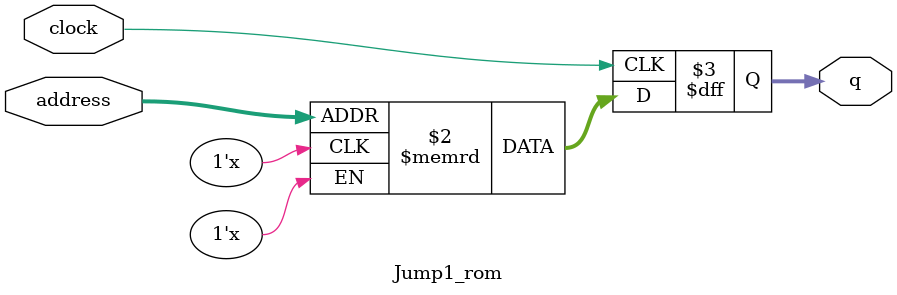
<source format=sv>
module Jump1_rom (
	input logic clock,
	input logic [12:0] address,
	output logic [2:0] q
);

logic [2:0] memory [0:5399] /* synthesis ram_init_file = "./Jump1/Jump1.mif" */;

always_ff @ (posedge clock) begin
	q <= memory[address];
end

endmodule

</source>
